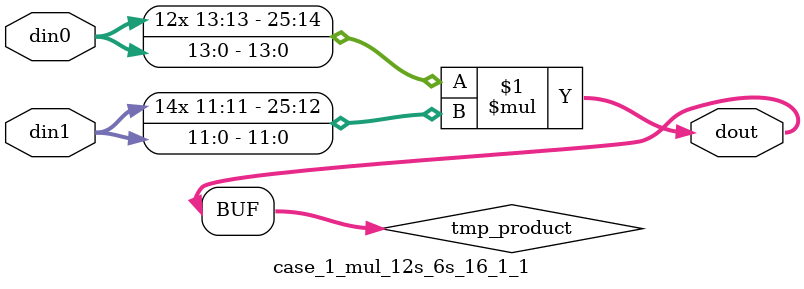
<source format=v>

`timescale 1 ns / 1 ps

 module case_1_mul_12s_6s_16_1_1(din0, din1, dout);
parameter ID = 1;
parameter NUM_STAGE = 0;
parameter din0_WIDTH = 14;
parameter din1_WIDTH = 12;
parameter dout_WIDTH = 26;

input [din0_WIDTH - 1 : 0] din0; 
input [din1_WIDTH - 1 : 0] din1; 
output [dout_WIDTH - 1 : 0] dout;

wire signed [dout_WIDTH - 1 : 0] tmp_product;



























assign tmp_product = $signed(din0) * $signed(din1);








assign dout = tmp_product;





















endmodule

</source>
